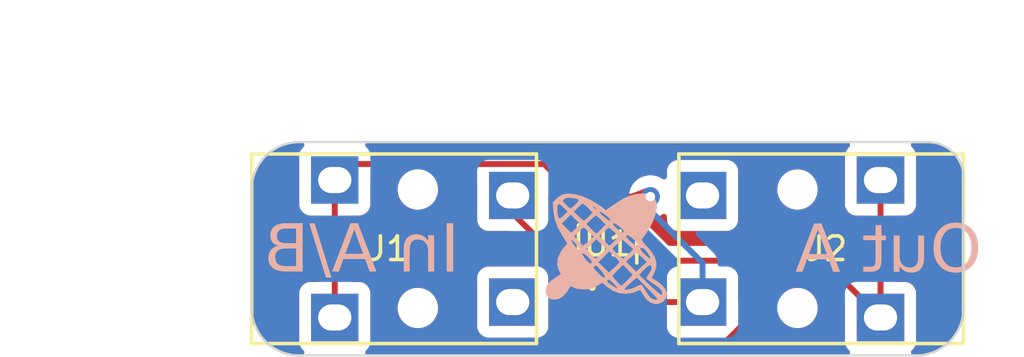
<source format=kicad_pcb>
(kicad_pcb (version 20221018) (generator pcbnew)
  (layers (0 "F.Cu" signal) (31 "B.Cu" signal) (34 "B.Paste" user) (35 "F.Paste" user) (36 "B.SilkS" user "B.Silkscreen") (37 "F.SilkS" user "F.Silkscreen") (38 "B.Mask" user) (39 "F.Mask" user) (44 "Edge.Cuts" user))
  (net 0 "")
  (net 1 "in_T")
  (net 3 "in_R")
  (net 4 "A1")
  (net 6 "C1")
  (footprint "my_footprint:3.5mm_Stereo_TRS_PJ-3210-4A_and_ST-005-G" (layer "F.Cu") (at 91 95 180)
    (fp_text reference "J2" (at 5.76 0) (layer "F.SilkS"))
    (fp_text value "AudioJack3" hide)
    (fp_line (start 0 -4) (end 0 4) (stroke (width 0.15)) (layer "F.SilkS"))
    (fp_line (start 0 -4) (end 12 -4) (stroke (width 0.15)) (layer "F.SilkS"))
    (fp_line (start 12 -4) (end 12 4) (stroke (width 0.15)) (layer "F.SilkS"))
    (fp_line (start 12 4) (end 0 4) (stroke (width 0.15)) (layer "F.SilkS"))
    (pad "" np_thru_hole circle (at 7 -2.5 180) (size 1.2 1.2) (drill 1.2) (layers "*.Cu" "*.Mask"))
    (pad "" np_thru_hole circle (at 7 2.5 180) (size 1.2 1.2) (drill 1.2) (layers "*.Cu" "*.Mask"))
    (pad "R" thru_hole rect (at 11 -2.25 180) (size 2 2) (drill oval 1.4 1.1) (layers "*.Cu" "*.Mask") (net 6 "C1"))
    (pad "S" thru_hole rect (at 11 2.25 180) (size 2 2) (drill oval 1.4 1.1) (layers "*.Cu" "*.Mask"))
    (pad "T" thru_hole rect (at 3.5 -2.9 180) (size 2 2) (drill oval 1.4 1.1) (layers "*.Cu" "*.Mask") (net 4 "A1"))
    (pad "T" thru_hole rect (at 3.5 2.9 180) (size 2 2) (drill oval 1.4 1.1) (layers "*.Cu" "*.Mask") (net 4 "A1"))
  )
  (footprint "ultra_librarian:SOT-363_DIO" (layer "F.Cu") (at 76 94.7994 90)
    (fp_text reference "U1" (at 0 0 unlocked) (layer "F.SilkS"))
    (fp_text value "BAS40DW-04-7-F" hide)
    (fp_line (start -0.802 1.227) (end 0.802 1.227) (stroke (width 0.1524)) (layer "F.SilkS"))
    (fp_line (start 0.802 -1.227) (end -0.802 -1.227) (stroke (width 0.1524)) (layer "F.SilkS"))
    (fp_circle (center -1.829 -0.65) (end -1.7528 -0.65) (stroke (width 0.1524)) (fill none) (layer "F.SilkS"))
    (pad "1" smd rect (at -0.950001 -0.649999 90) (size 0.6 0.42) (layers "F.Cu" "F.Paste" "F.Mask") (net 4 "A1"))
    (pad "2" smd oval (at -0.950001 0 90) (size 0.6 0.42) (layers "F.Cu" "F.Paste" "F.Mask") (net 6 "C1"))
    (pad "3" smd oval (at -0.950001 0.649999 90) (size 0.6 0.42) (layers "F.Cu" "F.Paste" "F.Mask") (net 3 "in_R"))
    (pad "4" smd oval (at 0.950001 0.649999 90) (size 0.6 0.42) (layers "F.Cu" "F.Paste" "F.Mask") (net 4 "A1"))
    (pad "5" smd oval (at 0.950001 0 90) (size 0.6 0.42) (layers "F.Cu" "F.Paste" "F.Mask") (net 6 "C1"))
    (pad "6" smd oval (at 0.950001 -0.649999 90) (size 0.6 0.42) (layers "F.Cu" "F.Paste" "F.Mask") (net 1 "in_T"))
  )
  (footprint "my_footprint:3.5mm_Stereo_TRS_PJ-3210-4A_and_ST-005-G" (layer "F.Cu") (at 61 95)
    (fp_text reference "J1" (at 5.7575 0) (layer "F.SilkS"))
    (fp_text value "AudioJack3" hide)
    (fp_line (start 0 -4) (end 0 4) (stroke (width 0.15)) (layer "F.SilkS"))
    (fp_line (start 0 -4) (end 12 -4) (stroke (width 0.15)) (layer "F.SilkS"))
    (fp_line (start 12 -4) (end 12 4) (stroke (width 0.15)) (layer "F.SilkS"))
    (fp_line (start 12 4) (end 0 4) (stroke (width 0.15)) (layer "F.SilkS"))
    (pad "" np_thru_hole circle (at 7 -2.5) (size 1.2 1.2) (drill 1.2) (layers "*.Cu" "*.Mask"))
    (pad "" np_thru_hole circle (at 7 2.5) (size 1.2 1.2) (drill 1.2) (layers "*.Cu" "*.Mask"))
    (pad "R" thru_hole rect (at 11 -2.25) (size 2 2) (drill oval 1.4 1.1) (layers "*.Cu" "*.Mask") (net 3 "in_R"))
    (pad "S" thru_hole rect (at 11 2.25) (size 2 2) (drill oval 1.4 1.1) (layers "*.Cu" "*.Mask"))
    (pad "T" thru_hole rect (at 3.5 -2.9) (size 2 2) (drill oval 1.4 1.1) (layers "*.Cu" "*.Mask") (net 1 "in_T"))
    (pad "T" thru_hole rect (at 3.5 2.9) (size 2 2) (drill oval 1.4 1.1) (layers "*.Cu" "*.Mask") (net 1 "in_T"))
  )
  (footprint "my_footprint:kinoshita-logo_simplified_600dpi" (layer "B.Cu") (at 75.946 94.996 180)
    (fp_text reference "G***" hide)
    (fp_text value "LOGO" hide)
    (fp_poly (pts (xy -1.571861 2.325303) (xy -1.455546 2.319804) (xy -1.217827 2.292772) (xy -0.992627 2.232784) (xy -0.761419 2.13211) (xy -0.505671 1.983021) (xy -0.277801 1.828553) (xy 0.015898 1.620546) (xy 0.10094 1.68315) (xy 0.423333 1.68315) (xy 0.434745 1.653685) (xy 0.476674 1.681563) (xy 0.533188 1.741663) (xy 0.586821 1.803936) (xy 0.580664 1.810615) (xy 0.518583 1.773813) (xy 0.447463 1.719302) (xy 0.423333 1.68315) (xy 0.10094 1.68315) (xy 0.26513 1.804019) (xy 0.606403 2.024357) (xy 1.164747 2.024357) (xy 1.217038 1.943486) (xy 1.30011 1.860074) (xy 1.402471 1.76966) (xy 1.481926 1.709107) (xy 1.513769 1.693333) (xy 1.560947 1.721333) (xy 1.643959 1.793198) (xy 1.707068 1.855056) (xy 1.796903 1.949796) (xy 1.83422 2.006475) (xy 1.82583 2.047432) (xy 1.779876 2.093802) (xy 1.714514 2.137597) (xy 1.629787 2.154074) (xy 1.497719 2.147353) (xy 1.451203 2.142199) (xy 1.277211 2.115091) (xy 1.183265 2.078684) (xy 1.164747 2.024357) (xy 0.606403 2.024357) (xy 0.608947 2.025999) (xy 0.952148 2.188349) (xy 1.283016 2.28705) (xy 1.589831 2.318084) (xy 1.731358 2.306851) (xy 1.884556 2.264667) (xy 2.019231 2.176922) (xy 2.088657 2.112303) (xy 2.254494 1.946466) (xy 2.234321 1.618816) (xy 2.177567 1.261691) (xy 2.048885 0.904385) (xy 1.843975 0.535328) (xy 1.815982 0.492592) (xy 1.734166 0.365388) (xy 1.675138 0.26579) (xy 1.651067 0.214396) (xy 1.650999 0.213404) (xy 1.679274 0.165434) (xy 1.740576 0.101811) (xy 1.812201 0.019516) (xy 1.899141 -0.104439) (xy 1.951846 -0.1905) (xy 2.050122 -0.432624) (xy 2.069045 -0.672483) (xy 2.008021 -0.899112) (xy 1.992064 -0.931045) (xy 1.913344 -1.078924) (xy 2.160302 -1.235071) (xy 2.351603 -1.37188) (xy 2.473318 -1.502398) (xy 2.537384 -1.643184) (xy 2.555426 -1.783074) (xy 2.54519 -1.913818) (xy 2.493303 -2.007233) (xy 2.436494 -2.061902) (xy 2.328678 -2.134642) (xy 2.216267 -2.152371) (xy 2.149738 -2.146194) (xy 1.977396 -2.102443) (xy 1.8338 -2.013121) (xy 1.697888 -1.863164) (xy 1.640336 -1.781908) (xy 1.500999 -1.575005) (xy 1.374916 -1.643791) (xy 1.226489 -1.691362) (xy 1.009889 -1.712604) (xy 0.9525 -1.713538) (xy 0.776249 -1.708298) (xy 0.643591 -1.684289) (xy 0.513868 -1.631142) (xy 0.41051 -1.575291) (xy 0.164853 -1.436081) (xy -0.025755 -1.603861) (xy -0.271711 -1.771122) (xy -0.54503 -1.872356) (xy -0.827792 -1.904335) (xy -1.102079 -1.863827) (xy -1.221707 -1.819404) (xy -1.33193 -1.770466) (xy -1.404428 -1.740307) (xy -1.418749 -1.735667) (xy -1.44432 -1.769382) (xy -1.498377 -1.857147) (xy -1.559069 -1.962147) (xy -1.697795 -2.146899) (xy -1.863239 -2.270905) (xy -2.041276 -2.330169) (xy -2.21778 -2.320696) (xy -2.378624 -2.238492) (xy -2.416257 -2.20459) (xy -2.468735 -2.126494) (xy -2.159 -2.126494) (xy -2.126271 -2.158725) (xy -2.046984 -2.157267) (xy -1.949491 -2.127888) (xy -1.862146 -2.076357) (xy -1.847624 -2.063138) (xy -1.773234 -1.972263) (xy -1.684102 -1.840736) (xy -1.627298 -1.745681) (xy -1.554633 -1.627933) (xy -1.49258 -1.547622) (xy -1.4605 -1.52422) (xy -1.401606 -1.542238) (xy -1.295288 -1.588427) (xy -1.209909 -1.630011) (xy -1.06913 -1.689282) (xy -0.934384 -1.726049) (xy -0.826795 -1.736881) (xy -0.767486 -1.718347) (xy -0.762 -1.702751) (xy -0.790984 -1.662313) (xy -0.465667 -1.662313) (xy -0.458411 -1.680068) (xy -0.427647 -1.672988) (xy -0.359879 -1.634085) (xy -0.24161 -1.556374) (xy -0.177692 -1.513231) (xy -0.072415 -1.435692) (xy -0.030056 -1.382678) (xy -0.039254 -1.338078) (xy -0.046997 -1.327882) (xy -0.084366 -1.301613) (xy -0.134542 -1.316592) (xy -0.214354 -1.381283) (xy -0.282055 -1.446094) (xy -0.379297 -1.547032) (xy -0.445862 -1.626652) (xy -0.465667 -1.662313) (xy -0.790984 -1.662313) (xy -0.791684 -1.661337) (xy -0.870569 -1.58039) (xy -0.983403 -1.47528) (xy -1.019907 -1.442817) (xy -1.277813 -1.215798) (xy -1.718407 -1.654893) (xy -1.873818 -1.811875) (xy -2.00519 -1.948579) (xy -2.101922 -2.053657) (xy -2.15341 -2.11576) (xy -2.159 -2.126494) (xy -2.468735 -2.126494) (xy -2.518044 -2.053115) (xy -2.540026 -1.888405) (xy -2.527418 -1.849557) (xy -2.36305 -1.849557) (xy -2.354834 -1.927533) (xy -2.331217 -1.949642) (xy -2.283084 -1.934477) (xy -2.200127 -1.875466) (xy -2.072038 -1.766041) (xy -1.999959 -1.701347) (xy -1.843403 -1.557626) (xy -1.693286 -1.416388) (xy -1.571878 -1.298738) (xy -1.525406 -1.251723) (xy -1.380517 -1.100814) (xy -1.118796 -1.100814) (xy -0.888928 -1.333574) (xy -0.7765 -1.444022) (xy -0.686559 -1.526106) (xy -0.635488 -1.565028) (xy -0.631255 -1.566334) (xy -0.590076 -1.537581) (xy -0.511124 -1.462861) (xy -0.428725 -1.376779) (xy -0.336278 -1.27128) (xy -0.272942 -1.189046) (xy -0.257253 -1.159259) (xy 0.069051 -1.159259) (xy 0.080297 -1.217195) (xy 0.120506 -1.227667) (xy 0.163428 -1.199617) (xy 0.247093 -1.125879) (xy 0.353846 -1.022066) (xy 0.359872 -1.01596) (xy 0.467549 -0.903164) (xy 0.522394 -0.831596) (xy 0.533066 -0.784283) (xy 0.508221 -0.74425) (xy 0.501809 -0.737667) (xy 0.462442 -0.70904) (xy 0.419915 -0.715397) (xy 0.358882 -0.766382) (xy 0.263995 -0.871642) (xy 0.235169 -0.905244) (xy 0.12113 -1.053995) (xy 0.069051 -1.159259) (xy -0.257253 -1.159259) (xy -0.254 -1.153083) (xy -0.282106 -1.108809) (xy -0.356305 -1.023409) (xy -0.46142 -0.914189) (xy -0.477714 -0.898007) (xy -0.701427 -0.677073) (xy -0.910111 -0.888944) (xy -1.118796 -1.100814) (xy -1.380517 -1.100814) (xy -1.378644 -1.098864) (xy -1.596814 -0.880695) (xy -1.714353 -0.768062) (xy -1.791397 -0.709996) (xy -1.843352 -0.697475) (xy -1.878864 -0.715542) (xy -1.916019 -0.797713) (xy -1.885398 -0.920025) (xy -1.789087 -1.074789) (xy -1.777154 -1.090191) (xy -1.718215 -1.179941) (xy -1.693337 -1.247255) (xy -1.693334 -1.247736) (xy -1.726943 -1.292444) (xy -1.81629 -1.366319) (xy -1.944156 -1.455565) (xy -1.986795 -1.48286) (xy -2.18768 -1.622605) (xy -2.311691 -1.743136) (xy -2.36305 -1.849557) (xy -2.527418 -1.849557) (xy -2.484585 -1.717582) (xy -2.354094 -1.54777) (xy -2.150933 -1.386093) (xy -2.140827 -1.379575) (xy -1.906361 -1.229589) (xy -2.011514 -1.031823) (xy -2.095691 -0.803577) (xy -2.102448 -0.575985) (xy -2.095377 -0.553213) (xy -1.7145 -0.553213) (xy -1.251748 -0.975573) (xy -1.038624 -0.760232) (xy -0.850262 -0.569909) (xy -0.550349 -0.569909) (xy -0.520787 -0.618045) (xy -0.443083 -0.702918) (xy -0.333736 -0.806585) (xy -0.328099 -0.811615) (xy -0.105834 -1.009396) (xy 0.116912 -0.791404) (xy 0.334366 -0.578592) (xy 0.608058 -0.578592) (xy 0.610957 -0.588014) (xy 0.649905 -0.627076) (xy 0.700526 -0.618648) (xy 0.775526 -0.555602) (xy 0.884328 -0.434656) (xy 0.985415 -0.302079) (xy 1.021637 -0.217396) (xy 1.013842 -0.192576) (xy 0.965332 -0.197207) (xy 0.884025 -0.250405) (xy 0.788782 -0.333655) (xy 0.698465 -0.428446) (xy 0.631936 -0.516263) (xy 0.608058 -0.578592) (xy 0.334366 -0.578592) (xy 0.339658 -0.573413) (xy 0.106899 -0.340653) (xy -0.125861 -0.107894) (xy -0.338097 -0.316939) (xy -0.443546 -0.426643) (xy -0.519526 -0.516833) (xy -0.550281 -0.568728) (xy -0.550349 -0.569909) (xy -0.850262 -0.569909) (xy -0.8255 -0.54489) (xy -1.030679 -0.357112) (xy -1.139303 -0.261498) (xy -1.223438 -0.194432) (xy -1.263513 -0.17096) (xy -1.306734 -0.198072) (xy -1.393282 -0.267533) (xy -1.502834 -0.3629) (xy -1.7145 -0.553213) (xy -2.095377 -0.553213) (xy -2.053783 -0.419282) (xy -1.867916 -0.419282) (xy -1.827574 -0.416073) (xy -1.742169 -0.356435) (xy -1.616884 -0.241263) (xy -1.594354 -0.218625) (xy -1.48801 -0.10515) (xy -1.437115 -0.032802) (xy -1.435844 -0.017118) (xy -1.144124 -0.017118) (xy -0.94407 -0.220226) (xy -0.836825 -0.323125) (xy -0.749421 -0.396194) (xy -0.701546 -0.423334) (xy -0.651807 -0.395566) (xy -0.562713 -0.322865) (xy -0.456538 -0.223842) (xy -0.354187 -0.119343) (xy -0.281367 -0.037958) (xy -0.269972 -0.021167) (xy -0.005595 -0.021167) (xy 0.211822 -0.22225) (xy 0.323494 -0.32143) (xy 0.411327 -0.39188) (xy 0.457139 -0.419068) (xy 0.458036 -0.419026) (xy 0.499186 -0.387526) (xy 0.577857 -0.309692) (xy 0.665475 -0.215096) (xy 0.821774 -0.04044) (xy 1.120663 -0.04044) (xy 1.154132 -0.06561) (xy 1.203101 -0.042535) (xy 1.276909 0.036694) (xy 1.384896 0.17999) (xy 1.391081 0.188588) (xy 1.459829 0.292313) (xy 1.495139 0.362171) (xy 1.493111 0.381) (xy 1.43693 0.351879) (xy 1.354051 0.278388) (xy 1.262862 0.181328) (xy 1.181746 0.081506) (xy 1.129091 -0.000276) (xy 1.120663 -0.04044) (xy 0.821774 -0.04044) (xy 0.844117 -0.015473) (xy 0.633725 0.191755) (xy 0.423333 0.398984) (xy 0.208869 0.188908) (xy -0.005595 -0.021167) (xy -0.269972 -0.021167) (xy -0.254 0.002365) (xy -0.28393 0.041256) (xy -0.362187 0.116873) (xy -0.46562 0.20752) (xy -0.67724 0.38596) (xy -1.144124 -0.017118) (xy -1.435844 -0.017118) (xy -1.433397 0.013047) (xy -1.451184 0.034601) (xy -1.519687 0.040267) (xy -1.615488 -0.028948) (xy -1.734248 -0.169392) (xy -1.792675 -0.252836) (xy -1.858011 -0.365168) (xy -1.867916 -0.419282) (xy -2.053783 -0.419282) (xy -2.030405 -0.344007) (xy -1.878181 -0.102603) (xy -1.702446 0.095934) (xy -1.637958 0.16487) (xy -1.322087 0.16487) (xy -1.308998 0.144147) (xy -1.272919 0.120161) (xy -1.221402 0.134258) (xy -1.139015 0.194401) (xy -1.036203 0.284931) (xy -0.927794 0.390146) (xy -0.851625 0.476899) (xy -0.827186 0.520296) (xy -0.508 0.520296) (xy -0.480454 0.476307) (xy -0.411332 0.395869) (xy -0.320912 0.299921) (xy -0.229469 0.209404) (xy -0.15728 0.145259) (xy -0.127178 0.127) (xy -0.087295 0.154919) (xy -0.006416 0.228082) (xy 0.096999 0.329697) (xy 0.272052 0.507424) (xy 0.532139 0.507424) (xy 0.742319 0.319109) (xy 0.852937 0.223249) (xy 0.938856 0.154779) (xy 0.980652 0.128897) (xy 1.021172 0.157241) (xy 1.098606 0.232952) (xy 1.183137 0.325052) (xy 1.35747 0.523105) (xy 1.351522 0.529166) (xy 1.608666 0.529166) (xy 1.629833 0.508) (xy 1.651 0.529166) (xy 1.629833 0.550333) (xy 1.608666 0.529166) (xy 1.351522 0.529166) (xy 1.17792 0.706052) (xy 1.075356 0.803351) (xy 0.991881 0.869704) (xy 0.9525 0.889) (xy 0.900844 0.860762) (xy 0.812067 0.787217) (xy 0.719383 0.698212) (xy 0.532139 0.507424) (xy 0.272052 0.507424) (xy 0.296648 0.532395) (xy 0.110011 0.715566) (xy 0.00598 0.809304) (xy -0.077639 0.869615) (xy -0.117858 0.883285) (xy -0.174789 0.845798) (xy -0.263076 0.772237) (xy -0.361178 0.682645) (xy -0.447552 0.597066) (xy -0.500653 0.535542) (xy -0.508 0.520296) (xy -0.827186 0.520296) (xy -0.823154 0.527454) (xy -0.823344 0.529166) (xy -0.864306 0.570773) (xy -0.950738 0.547402) (xy -1.076853 0.461466) (xy -1.161062 0.388382) (xy -1.269006 0.282843) (xy -1.319523 0.213552) (xy -1.322087 0.16487) (xy -1.637958 0.16487) (xy -1.577838 0.229135) (xy -1.511194 0.319652) (xy -1.495171 0.378685) (xy -1.503482 0.39938) (xy -1.677539 0.653708) (xy -1.741975 0.756029) (xy -0.727972 0.756029) (xy -0.726367 0.709108) (xy -0.716223 0.69435) (xy -0.678771 0.669992) (xy -0.625485 0.686651) (xy -0.53994 0.752373) (xy -0.470778 0.814569) (xy -0.368586 0.915022) (xy -0.297798 0.996605) (xy -0.286977 1.016) (xy 0.024705 1.016) (xy 0.211666 0.8255) (xy 0.312377 0.726544) (xy 0.38934 0.657668) (xy 0.423155 0.635) (xy 0.463038 0.662919) (xy 0.543918 0.736082) (xy 0.647332 0.837697) (xy 0.846947 1.04036) (xy 1.100677 1.04036) (xy 1.278819 0.858847) (xy 1.377155 0.762514) (xy 1.451595 0.696695) (xy 1.481666 0.677333) (xy 1.52189 0.705241) (xy 1.602222 0.777992) (xy 1.693333 0.867833) (xy 1.880294 1.058333) (xy 1.693178 1.248991) (xy 1.506061 1.439649) (xy 1.303369 1.240004) (xy 1.100677 1.04036) (xy 0.846947 1.04036) (xy 0.846982 1.040395) (xy 0.665305 1.218697) (xy 0.561857 1.313758) (xy 0.478861 1.378441) (xy 0.441128 1.397) (xy 0.391289 1.368815) (xy 0.303867 1.295408) (xy 0.211666 1.2065) (xy 0.024705 1.016) (xy -0.286977 1.016) (xy -0.275167 1.037166) (xy -0.301887 1.077791) (xy -0.380307 1.054523) (xy -0.507815 0.968422) (xy -0.571592 0.916948) (xy -0.679701 0.820197) (xy -0.727972 0.756029) (xy -1.741975 0.756029) (xy -1.807772 0.860508) (xy -1.904581 1.03728) (xy -1.974651 1.192331) (xy -1.978374 1.20304) (xy -0.163299 1.20304) (xy -0.14169 1.171801) (xy -0.101599 1.18529) (xy -0.021368 1.240676) (xy 0.078497 1.320774) (xy 0.177488 1.408398) (xy 0.255101 1.486363) (xy 0.282867 1.524227) (xy 0.575261 1.524227) (xy 0.740722 1.35478) (xy 0.839559 1.261425) (xy 0.919437 1.199881) (xy 0.952277 1.185333) (xy 1.004075 1.213573) (xy 1.092926 1.287109) (xy 1.185221 1.375719) (xy 1.372071 1.566106) (xy 1.370496 1.567719) (xy 1.632464 1.567719) (xy 1.798428 1.397756) (xy 1.904704 1.300082) (xy 1.977139 1.268043) (xy 2.023544 1.306627) (xy 2.051726 1.420821) (xy 2.066319 1.568854) (xy 2.071177 1.751982) (xy 2.050459 1.85618) (xy 1.999747 1.884497) (xy 1.914621 1.839983) (xy 1.810318 1.745573) (xy 1.632464 1.567719) (xy 1.370496 1.567719) (xy 1.206611 1.735553) (xy 1.107773 1.828908) (xy 1.027895 1.890452) (xy 0.995056 1.905) (xy 0.943258 1.87676) (xy 0.854407 1.803224) (xy 0.762111 1.714614) (xy 0.575261 1.524227) (xy 0.282867 1.524227) (xy 0.289277 1.532968) (xy 0.284487 1.566577) (xy 0.223403 1.547584) (xy 0.113354 1.479255) (xy 0.027254 1.416227) (xy -0.094864 1.317617) (xy -0.155228 1.251116) (xy -0.163299 1.20304) (xy -1.978374 1.20304) (xy -2.079915 1.495062) (xy -2.125864 1.744652) (xy -2.112224 1.948645) (xy -2.03872 2.114585) (xy -1.937099 2.224615) (xy -1.864506 2.280629) (xy -1.795685 2.31287) (xy -1.706261 2.326155) (xy -1.571861 2.325303)) (stroke (width 0.01)) (fill solid) (layer "B.SilkS"))
  )
  (gr_line (start 91 97.5) (end 91 92) (stroke (width 0.1)) (layer "Edge.Cuts"))
  (gr_line (start 61 92.5) (end 61 97.5) (stroke (width 0.1)) (layer "Edge.Cuts"))
  (gr_arc (start 63 99.5) (mid 61.585786 98.914214) (end 61 97.5) (stroke (width 0.1)) (layer "Edge.Cuts"))
  (gr_line (start 63 90.5) (end 89.5 90.5) (stroke (width 0.1)) (layer "Edge.Cuts"))
  (gr_line (start 63 99.5) (end 89 99.5) (stroke (width 0.1)) (layer "Edge.Cuts"))
  (gr_arc (start 89.5 90.5) (mid 90.56066 90.93934) (end 91 92) (stroke (width 0.1)) (layer "Edge.Cuts"))
  (gr_arc (start 61 92.5) (mid 61.585786 91.085786) (end 63 90.5) (stroke (width 0.1)) (layer "Edge.Cuts"))
  (gr_arc (start 91 97.5) (mid 90.414214 98.914214) (end 89 99.5) (stroke (width 0.1)) (layer "Edge.Cuts"))
  (gr_text "In A/B\n" (at 61.5 96.3) (layer "B.SilkS") (effects (font (size 2 2) (thickness 0.375)) (justify right bottom mirror)))
  (gr_text "Out A\n" (at 83.9 96.312) (layer "B.SilkS") (effects (font (size 2 2) (thickness 0.375)) (justify right bottom mirror)))
  (segment (start 73.325 91.425) (end 65.175 91.425) (width 0.25) (layer "F.Cu") (net 1))
  (segment (start 65.175 91.425) (end 64.5 92.1) (width 0.25) (layer "F.Cu") (net 1))
  (segment (start 75.350001 93.849399) (end 75.350001 93.450001) (width 0.25) (layer "F.Cu") (net 1))
  (segment (start 75.350001 93.450001) (end 73.325 91.425) (width 0.25) (layer "F.Cu") (net 1))
  (segment (start 64.5 92.1) (end 64.5 97.9) (width 0.25) (layer "F.Cu") (net 1))
  (segment (start 76.394999 95.124401) (end 76.649999 95.379401) (width 0.25) (layer "F.Cu") (net 3))
  (segment (start 73.616901 95.124401) (end 76.394999 95.124401) (width 0.25) (layer "F.Cu") (net 3))
  (segment (start 76.649999 95.379401) (end 76.649999 95.749401) (width 0.25) (layer "F.Cu") (net 3))
  (segment (start 71.2425 92.75) (end 73.616901 95.124401) (width 0.25) (layer "F.Cu") (net 3))
  (segment (start 75.350001 95.749401) (end 75.350001 96.950001) (width 0.25) (layer "F.Cu") (net 4))
  (segment (start 87.5 97.9) (end 87.5 92.1) (width 0.25) (layer "F.Cu") (net 4))
  (segment (start 82.4 95.504) (end 78.3046 95.504) (width 0.25) (layer "F.Cu") (net 4))
  (segment (start 77.4 99) (end 75.350001 96.950001) (width 0.25) (layer "F.Cu") (net 4))
  (segment (start 76.649999 93.849399) (end 78.3046 95.504) (width 0.25) (layer "F.Cu") (net 4))
  (segment (start 82.4 95.504) (end 82.4 97.5) (width 0.25) (layer "F.Cu") (net 4))
  (segment (start 80.9 99) (end 77.4 99) (width 0.25) (layer "F.Cu") (net 4))
  (segment (start 82.4 97.5) (end 80.9 99) (width 0.25) (layer "F.Cu") (net 4))
  (segment (start 85.104 95.504) (end 82.4 95.504) (width 0.25) (layer "F.Cu") (net 4))
  (segment (start 87.5 97.9) (end 85.104 95.504) (width 0.25) (layer "F.Cu") (net 4))
  (segment (start 76 96.119401) (end 76 95.749401) (width 0.25) (layer "F.Cu") (net 6))
  (segment (start 76 93.479399) (end 76.679399 92.8) (width 0.25) (layer "F.Cu") (net 6))
  (segment (start 76.679399 92.8) (end 77.8 92.8) (width 0.25) (layer "F.Cu") (net 6))
  (segment (start 80.7575 97.25) (end 77.130599 97.25) (width 0.25) (layer "F.Cu") (net 6))
  (segment (start 77.130599 97.25) (end 76 96.119401) (width 0.25) (layer "F.Cu") (net 6))
  (segment (start 76 93.849399) (end 76 93.479399) (width 0.25) (layer "F.Cu") (net 6))
  (via (at 77.8 92.8) (size 0.8) (drill 0.4) (layers "F.Cu" "B.Cu") (net 6))
  (segment (start 77.8 93.4) (end 80 95.6) (width 0.25) (layer "B.Cu") (net 6))
  (segment (start 77.8 92.8) (end 77.8 93.4) (width 0.25) (layer "B.Cu") (net 6))
  (segment (start 80 95.6) (end 80 97.25) (width 0.25) (layer "B.Cu") (net 6))
  (zone (net 0) (net_name "") (layer "F.Cu") (connect_pads (clearance 0.5)) (min_thickness 0.25) (fill yes (thermal_gap 0.5) (thermal_bridge_width 0.5) (island_removal_mode 1) (island_area_min 10))
    (polygon (pts (xy 61 90.424) (xy 91 90.424) (xy 91 99.5) (xy 61 99.568)))
  )
  (zone (net 0) (net_name "") (layer "B.Cu") (priority 1) (connect_pads (clearance 0.5)) (min_thickness 0.25) (fill yes (thermal_gap 0.5) (thermal_bridge_width 0.5) (island_removal_mode 1) (island_area_min 10))
    (polygon (pts (xy 61 90.424) (xy 91 90.424) (xy 91 99.5) (xy 61 99.568)))
  )
)
</source>
